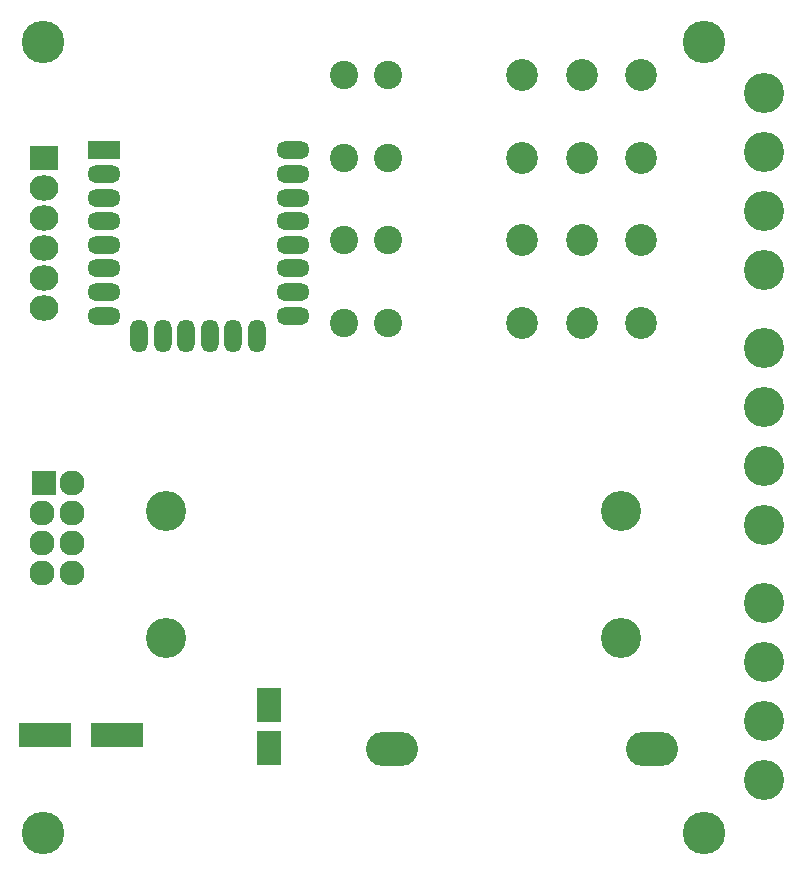
<source format=gts>
G04 #@! TF.FileFunction,Soldermask,Top*
%FSLAX46Y46*%
G04 Gerber Fmt 4.6, Leading zero omitted, Abs format (unit mm)*
G04 Created by KiCad (PCBNEW 4.0.2+e4-6225~38~ubuntu14.04.1-stable) date Wed 27 Jul 2016 09:26:18 PM CEST*
%MOMM*%
G01*
G04 APERTURE LIST*
%ADD10C,0.100000*%
%ADD11R,2.127200X2.127200*%
%ADD12O,2.127200X2.127200*%
%ADD13O,4.400500X2.899360*%
%ADD14R,2.432000X2.127200*%
%ADD15O,2.432000X2.127200*%
%ADD16O,1.500000X2.800000*%
%ADD17R,2.800000X1.500000*%
%ADD18O,2.800000X1.500000*%
%ADD19C,3.400000*%
%ADD20C,2.700000*%
%ADD21C,2.400000*%
%ADD22R,4.400500X2.000200*%
%ADD23R,2.000200X3.000960*%
%ADD24C,3.600000*%
G04 APERTURE END LIST*
D10*
D11*
X112268000Y-100330000D03*
D12*
X114681000Y-100330000D03*
X112141000Y-102870000D03*
X114681000Y-102870000D03*
X112141000Y-105410000D03*
X114681000Y-105410000D03*
X112141000Y-107950000D03*
X114681000Y-107950000D03*
D13*
X163781740Y-122809000D03*
X141780260Y-122809000D03*
D14*
X112268000Y-72771000D03*
D15*
X112268000Y-75311000D03*
X112268000Y-77851000D03*
X112268000Y-80391000D03*
X112268000Y-82931000D03*
X112268000Y-85471000D03*
D16*
X120338000Y-87886000D03*
X122338000Y-87886000D03*
X124338000Y-87886000D03*
X126338000Y-87886000D03*
X128338000Y-87886000D03*
X130338000Y-87886000D03*
D17*
X117348000Y-72136000D03*
D18*
X117348000Y-74136000D03*
X117348000Y-76136000D03*
X117348000Y-78136000D03*
X117348000Y-80136000D03*
X117348000Y-82136000D03*
X117348000Y-84136000D03*
X117348000Y-86136000D03*
X133348000Y-86136000D03*
X133348000Y-84136000D03*
X133348000Y-82136000D03*
X133348000Y-80136000D03*
X133348000Y-78136000D03*
X133348000Y-76136000D03*
X133348000Y-74136000D03*
X133348000Y-72136000D03*
D19*
X173230000Y-110476000D03*
X173230000Y-115476000D03*
X173230000Y-120476000D03*
X173230000Y-125476000D03*
X173230000Y-88886000D03*
X173230000Y-93886000D03*
X173230000Y-98886000D03*
X173230000Y-103886000D03*
X173230000Y-67296000D03*
X173230000Y-72296000D03*
X173230000Y-77296000D03*
X173230000Y-82296000D03*
X122663000Y-102661000D03*
X161163000Y-102661000D03*
X122663000Y-113411000D03*
X161163000Y-113411000D03*
D20*
X162868000Y-86741000D03*
X157828000Y-86741000D03*
X152788000Y-86741000D03*
D21*
X141448000Y-86741000D03*
X137668000Y-86741000D03*
D20*
X162868000Y-79756000D03*
X157828000Y-79756000D03*
X152788000Y-79756000D03*
D21*
X141448000Y-79756000D03*
X137668000Y-79756000D03*
D20*
X162868000Y-72771000D03*
X157828000Y-72771000D03*
X152788000Y-72771000D03*
D21*
X141448000Y-72771000D03*
X137668000Y-72771000D03*
D20*
X162868000Y-65786000D03*
X157828000Y-65786000D03*
X152788000Y-65786000D03*
D21*
X141448000Y-65786000D03*
X137668000Y-65786000D03*
D22*
X118493540Y-121666000D03*
X112392460Y-121666000D03*
D23*
X131318000Y-119103140D03*
X131318000Y-122704860D03*
D24*
X168204000Y-129928000D03*
X168204000Y-62928000D03*
X112204000Y-129928000D03*
X112204000Y-62928000D03*
M02*

</source>
